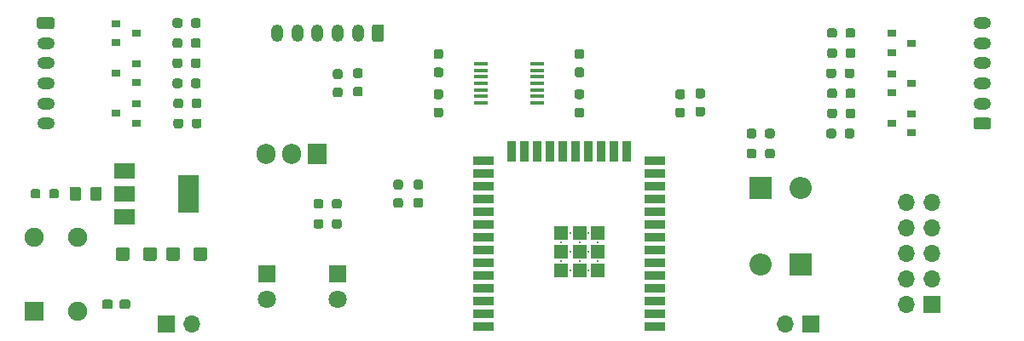
<source format=gbr>
G04 #@! TF.GenerationSoftware,KiCad,Pcbnew,(5.1.10)-1*
G04 #@! TF.CreationDate,2021-07-07T16:36:37+09:00*
G04 #@! TF.ProjectId,driver,64726976-6572-42e6-9b69-6361645f7063,rev?*
G04 #@! TF.SameCoordinates,Original*
G04 #@! TF.FileFunction,Soldermask,Top*
G04 #@! TF.FilePolarity,Negative*
%FSLAX46Y46*%
G04 Gerber Fmt 4.6, Leading zero omitted, Abs format (unit mm)*
G04 Created by KiCad (PCBNEW (5.1.10)-1) date 2021-07-07 16:36:37*
%MOMM*%
%LPD*%
G01*
G04 APERTURE LIST*
%ADD10O,1.700000X1.700000*%
%ADD11R,1.700000X1.700000*%
%ADD12C,0.300000*%
%ADD13R,1.330000X1.330000*%
%ADD14R,2.000000X0.900000*%
%ADD15R,0.900000X2.000000*%
%ADD16C,1.800000*%
%ADD17R,1.800000X1.800000*%
%ADD18R,2.200000X2.200000*%
%ADD19O,2.200000X2.200000*%
%ADD20O,1.200000X1.750000*%
%ADD21O,1.750000X1.200000*%
%ADD22C,1.905000*%
%ADD23R,1.905000X1.905000*%
%ADD24R,1.905000X2.000000*%
%ADD25O,1.905000X2.000000*%
%ADD26R,0.900000X0.800000*%
%ADD27R,2.000000X3.800000*%
%ADD28R,2.000000X1.500000*%
%ADD29R,1.473200X0.355600*%
G04 APERTURE END LIST*
D10*
X88960000Y-20840000D03*
X91500000Y-20840000D03*
X88960000Y-23380000D03*
X91500000Y-23380000D03*
X88960000Y-25920000D03*
X91500000Y-25920000D03*
X88960000Y-28460000D03*
X91500000Y-28460000D03*
X88960000Y-31000000D03*
D11*
X91500000Y-31000000D03*
D12*
X55582500Y-23925000D03*
X57417500Y-23925000D03*
X54665000Y-24842500D03*
X56500000Y-24842500D03*
X58335000Y-24842500D03*
X55582500Y-25760000D03*
X57417500Y-25760000D03*
X54665000Y-26677500D03*
X56500000Y-26677500D03*
X58335000Y-26677500D03*
X55582500Y-27595000D03*
X57417500Y-27595000D03*
D13*
X54665000Y-23925000D03*
X56500000Y-23925000D03*
X58335000Y-23925000D03*
X54665000Y-25760000D03*
X56500000Y-25760000D03*
X58335000Y-25760000D03*
X54665000Y-27595000D03*
X56500000Y-27595000D03*
X58335000Y-27595000D03*
D14*
X47000000Y-33260000D03*
X47000000Y-31990000D03*
X47000000Y-30720000D03*
X47000000Y-29450000D03*
X47000000Y-28180000D03*
X47000000Y-26910000D03*
X47000000Y-25640000D03*
X47000000Y-24370000D03*
X47000000Y-23100000D03*
X47000000Y-21830000D03*
X47000000Y-20560000D03*
X47000000Y-19290000D03*
X47000000Y-18020000D03*
X47000000Y-16750000D03*
D15*
X49785000Y-15750000D03*
X51055000Y-15750000D03*
X52325000Y-15750000D03*
X53595000Y-15750000D03*
X54865000Y-15750000D03*
X56135000Y-15750000D03*
X57405000Y-15750000D03*
X58675000Y-15750000D03*
X59945000Y-15750000D03*
X61215000Y-15750000D03*
D14*
X64000000Y-16750000D03*
X64000000Y-18020000D03*
X64000000Y-19290000D03*
X64000000Y-20560000D03*
X64000000Y-21830000D03*
X64000000Y-23100000D03*
X64000000Y-24370000D03*
X64000000Y-25640000D03*
X64000000Y-26910000D03*
X64000000Y-28180000D03*
X64000000Y-29450000D03*
X64000000Y-30720000D03*
X64000000Y-31990000D03*
X64000000Y-33260000D03*
G36*
G01*
X13150000Y-26425001D02*
X13150000Y-25574999D01*
G75*
G02*
X13399999Y-25325000I249999J0D01*
G01*
X14300001Y-25325000D01*
G75*
G02*
X14550000Y-25574999I0J-249999D01*
G01*
X14550000Y-26425001D01*
G75*
G02*
X14300001Y-26675000I-249999J0D01*
G01*
X13399999Y-26675000D01*
G75*
G02*
X13150000Y-26425001I0J249999D01*
G01*
G37*
G36*
G01*
X10450000Y-26425001D02*
X10450000Y-25574999D01*
G75*
G02*
X10699999Y-25325000I249999J0D01*
G01*
X11600001Y-25325000D01*
G75*
G02*
X11850000Y-25574999I0J-249999D01*
G01*
X11850000Y-26425001D01*
G75*
G02*
X11600001Y-26675000I-249999J0D01*
G01*
X10699999Y-26675000D01*
G75*
G02*
X10450000Y-26425001I0J249999D01*
G01*
G37*
G36*
G01*
X19550000Y-25574999D02*
X19550000Y-26425001D01*
G75*
G02*
X19300001Y-26675000I-249999J0D01*
G01*
X18399999Y-26675000D01*
G75*
G02*
X18150000Y-26425001I0J249999D01*
G01*
X18150000Y-25574999D01*
G75*
G02*
X18399999Y-25325000I249999J0D01*
G01*
X19300001Y-25325000D01*
G75*
G02*
X19550000Y-25574999I0J-249999D01*
G01*
G37*
G36*
G01*
X16850000Y-25574999D02*
X16850000Y-26425001D01*
G75*
G02*
X16600001Y-26675000I-249999J0D01*
G01*
X15699999Y-26675000D01*
G75*
G02*
X15450000Y-26425001I0J249999D01*
G01*
X15450000Y-25574999D01*
G75*
G02*
X15699999Y-25325000I249999J0D01*
G01*
X16600001Y-25325000D01*
G75*
G02*
X16850000Y-25574999I0J-249999D01*
G01*
G37*
G36*
G01*
X9100000Y-31237500D02*
X9100000Y-30762500D01*
G75*
G02*
X9337500Y-30525000I237500J0D01*
G01*
X9937500Y-30525000D01*
G75*
G02*
X10175000Y-30762500I0J-237500D01*
G01*
X10175000Y-31237500D01*
G75*
G02*
X9937500Y-31475000I-237500J0D01*
G01*
X9337500Y-31475000D01*
G75*
G02*
X9100000Y-31237500I0J237500D01*
G01*
G37*
G36*
G01*
X10825000Y-31237500D02*
X10825000Y-30762500D01*
G75*
G02*
X11062500Y-30525000I237500J0D01*
G01*
X11662500Y-30525000D01*
G75*
G02*
X11900000Y-30762500I0J-237500D01*
G01*
X11900000Y-31237500D01*
G75*
G02*
X11662500Y-31475000I-237500J0D01*
G01*
X11062500Y-31475000D01*
G75*
G02*
X10825000Y-31237500I0J237500D01*
G01*
G37*
D16*
X25500000Y-30540000D03*
D17*
X25500000Y-28000000D03*
X32500000Y-28000000D03*
D16*
X32500000Y-30540000D03*
G36*
G01*
X5875000Y-20450001D02*
X5875000Y-19549999D01*
G75*
G02*
X6124999Y-19300000I249999J0D01*
G01*
X6775001Y-19300000D01*
G75*
G02*
X7025000Y-19549999I0J-249999D01*
G01*
X7025000Y-20450001D01*
G75*
G02*
X6775001Y-20700000I-249999J0D01*
G01*
X6124999Y-20700000D01*
G75*
G02*
X5875000Y-20450001I0J249999D01*
G01*
G37*
G36*
G01*
X7925000Y-20450001D02*
X7925000Y-19549999D01*
G75*
G02*
X8174999Y-19300000I249999J0D01*
G01*
X8825001Y-19300000D01*
G75*
G02*
X9075000Y-19549999I0J-249999D01*
G01*
X9075000Y-20450001D01*
G75*
G02*
X8825001Y-20700000I-249999J0D01*
G01*
X8174999Y-20700000D01*
G75*
G02*
X7925000Y-20450001I0J249999D01*
G01*
G37*
D18*
X78500000Y-27000000D03*
D19*
X78500000Y-19380000D03*
X74500000Y-27000000D03*
D18*
X74500000Y-19380000D03*
D11*
X15500000Y-33000000D03*
D10*
X18040000Y-33000000D03*
X76960000Y-33000000D03*
D11*
X79500000Y-33000000D03*
G36*
G01*
X37100000Y-3374999D02*
X37100000Y-4625001D01*
G75*
G02*
X36850001Y-4875000I-249999J0D01*
G01*
X36149999Y-4875000D01*
G75*
G02*
X35900000Y-4625001I0J249999D01*
G01*
X35900000Y-3374999D01*
G75*
G02*
X36149999Y-3125000I249999J0D01*
G01*
X36850001Y-3125000D01*
G75*
G02*
X37100000Y-3374999I0J-249999D01*
G01*
G37*
D20*
X34500000Y-4000000D03*
X32500000Y-4000000D03*
X30500000Y-4000000D03*
X28500000Y-4000000D03*
X26500000Y-4000000D03*
G36*
G01*
X2874999Y-2400000D02*
X4125001Y-2400000D01*
G75*
G02*
X4375000Y-2649999I0J-249999D01*
G01*
X4375000Y-3350001D01*
G75*
G02*
X4125001Y-3600000I-249999J0D01*
G01*
X2874999Y-3600000D01*
G75*
G02*
X2625000Y-3350001I0J249999D01*
G01*
X2625000Y-2649999D01*
G75*
G02*
X2874999Y-2400000I249999J0D01*
G01*
G37*
D21*
X3500000Y-5000000D03*
X3500000Y-7000000D03*
X3500000Y-9000000D03*
X3500000Y-11000000D03*
X3500000Y-13000000D03*
X96500000Y-3000000D03*
X96500000Y-5000000D03*
X96500000Y-7000000D03*
X96500000Y-9000000D03*
X96500000Y-11000000D03*
G36*
G01*
X97125001Y-13600000D02*
X95874999Y-13600000D01*
G75*
G02*
X95625000Y-13350001I0J249999D01*
G01*
X95625000Y-12649999D01*
G75*
G02*
X95874999Y-12400000I249999J0D01*
G01*
X97125001Y-12400000D01*
G75*
G02*
X97375000Y-12649999I0J-249999D01*
G01*
X97375000Y-13350001D01*
G75*
G02*
X97125001Y-13600000I-249999J0D01*
G01*
G37*
D22*
X2341000Y-24317000D03*
X6659000Y-24317000D03*
X6659000Y-31683000D03*
D23*
X2341000Y-31683000D03*
D24*
X30500000Y-16000000D03*
D25*
X27960000Y-16000000D03*
X25420000Y-16000000D03*
D26*
X89500000Y-9000000D03*
X87500000Y-9950000D03*
X87500000Y-8050000D03*
X87500000Y-13000000D03*
X89500000Y-12050000D03*
X89500000Y-13950000D03*
X12500000Y-8950000D03*
X12500000Y-7050000D03*
X10500000Y-8000000D03*
X10500000Y-3050000D03*
X10500000Y-4950000D03*
X12500000Y-4000000D03*
X89500000Y-5000000D03*
X87500000Y-5950000D03*
X87500000Y-4050000D03*
X12500000Y-12950000D03*
X12500000Y-11050000D03*
X10500000Y-12000000D03*
G36*
G01*
X30100000Y-21237500D02*
X30100000Y-20762500D01*
G75*
G02*
X30337500Y-20525000I237500J0D01*
G01*
X30837500Y-20525000D01*
G75*
G02*
X31075000Y-20762500I0J-237500D01*
G01*
X31075000Y-21237500D01*
G75*
G02*
X30837500Y-21475000I-237500J0D01*
G01*
X30337500Y-21475000D01*
G75*
G02*
X30100000Y-21237500I0J237500D01*
G01*
G37*
G36*
G01*
X31925000Y-21237500D02*
X31925000Y-20762500D01*
G75*
G02*
X32162500Y-20525000I237500J0D01*
G01*
X32662500Y-20525000D01*
G75*
G02*
X32900000Y-20762500I0J-237500D01*
G01*
X32900000Y-21237500D01*
G75*
G02*
X32662500Y-21475000I-237500J0D01*
G01*
X32162500Y-21475000D01*
G75*
G02*
X31925000Y-21237500I0J237500D01*
G01*
G37*
G36*
G01*
X2987500Y-19762500D02*
X2987500Y-20237500D01*
G75*
G02*
X2750000Y-20475000I-237500J0D01*
G01*
X2250000Y-20475000D01*
G75*
G02*
X2012500Y-20237500I0J237500D01*
G01*
X2012500Y-19762500D01*
G75*
G02*
X2250000Y-19525000I237500J0D01*
G01*
X2750000Y-19525000D01*
G75*
G02*
X2987500Y-19762500I0J-237500D01*
G01*
G37*
G36*
G01*
X4812500Y-19762500D02*
X4812500Y-20237500D01*
G75*
G02*
X4575000Y-20475000I-237500J0D01*
G01*
X4075000Y-20475000D01*
G75*
G02*
X3837500Y-20237500I0J237500D01*
G01*
X3837500Y-19762500D01*
G75*
G02*
X4075000Y-19525000I237500J0D01*
G01*
X4575000Y-19525000D01*
G75*
G02*
X4812500Y-19762500I0J-237500D01*
G01*
G37*
G36*
G01*
X31925000Y-23237500D02*
X31925000Y-22762500D01*
G75*
G02*
X32162500Y-22525000I237500J0D01*
G01*
X32662500Y-22525000D01*
G75*
G02*
X32900000Y-22762500I0J-237500D01*
G01*
X32900000Y-23237500D01*
G75*
G02*
X32662500Y-23475000I-237500J0D01*
G01*
X32162500Y-23475000D01*
G75*
G02*
X31925000Y-23237500I0J237500D01*
G01*
G37*
G36*
G01*
X30100000Y-23237500D02*
X30100000Y-22762500D01*
G75*
G02*
X30337500Y-22525000I237500J0D01*
G01*
X30837500Y-22525000D01*
G75*
G02*
X31075000Y-22762500I0J-237500D01*
G01*
X31075000Y-23237500D01*
G75*
G02*
X30837500Y-23475000I-237500J0D01*
G01*
X30337500Y-23475000D01*
G75*
G02*
X30100000Y-23237500I0J237500D01*
G01*
G37*
G36*
G01*
X75900000Y-15762500D02*
X75900000Y-16237500D01*
G75*
G02*
X75662500Y-16475000I-237500J0D01*
G01*
X75162500Y-16475000D01*
G75*
G02*
X74925000Y-16237500I0J237500D01*
G01*
X74925000Y-15762500D01*
G75*
G02*
X75162500Y-15525000I237500J0D01*
G01*
X75662500Y-15525000D01*
G75*
G02*
X75900000Y-15762500I0J-237500D01*
G01*
G37*
G36*
G01*
X74075000Y-15762500D02*
X74075000Y-16237500D01*
G75*
G02*
X73837500Y-16475000I-237500J0D01*
G01*
X73337500Y-16475000D01*
G75*
G02*
X73100000Y-16237500I0J237500D01*
G01*
X73100000Y-15762500D01*
G75*
G02*
X73337500Y-15525000I237500J0D01*
G01*
X73837500Y-15525000D01*
G75*
G02*
X74075000Y-15762500I0J-237500D01*
G01*
G37*
G36*
G01*
X73100000Y-14237500D02*
X73100000Y-13762500D01*
G75*
G02*
X73337500Y-13525000I237500J0D01*
G01*
X73837500Y-13525000D01*
G75*
G02*
X74075000Y-13762500I0J-237500D01*
G01*
X74075000Y-14237500D01*
G75*
G02*
X73837500Y-14475000I-237500J0D01*
G01*
X73337500Y-14475000D01*
G75*
G02*
X73100000Y-14237500I0J237500D01*
G01*
G37*
G36*
G01*
X74925000Y-14237500D02*
X74925000Y-13762500D01*
G75*
G02*
X75162500Y-13525000I237500J0D01*
G01*
X75662500Y-13525000D01*
G75*
G02*
X75900000Y-13762500I0J-237500D01*
G01*
X75900000Y-14237500D01*
G75*
G02*
X75662500Y-14475000I-237500J0D01*
G01*
X75162500Y-14475000D01*
G75*
G02*
X74925000Y-14237500I0J237500D01*
G01*
G37*
G36*
G01*
X81987500Y-7762500D02*
X81987500Y-8237500D01*
G75*
G02*
X81750000Y-8475000I-237500J0D01*
G01*
X81250000Y-8475000D01*
G75*
G02*
X81012500Y-8237500I0J237500D01*
G01*
X81012500Y-7762500D01*
G75*
G02*
X81250000Y-7525000I237500J0D01*
G01*
X81750000Y-7525000D01*
G75*
G02*
X81987500Y-7762500I0J-237500D01*
G01*
G37*
G36*
G01*
X83812500Y-7762500D02*
X83812500Y-8237500D01*
G75*
G02*
X83575000Y-8475000I-237500J0D01*
G01*
X83075000Y-8475000D01*
G75*
G02*
X82837500Y-8237500I0J237500D01*
G01*
X82837500Y-7762500D01*
G75*
G02*
X83075000Y-7525000I237500J0D01*
G01*
X83575000Y-7525000D01*
G75*
G02*
X83812500Y-7762500I0J-237500D01*
G01*
G37*
G36*
G01*
X81100000Y-10237500D02*
X81100000Y-9762500D01*
G75*
G02*
X81337500Y-9525000I237500J0D01*
G01*
X81837500Y-9525000D01*
G75*
G02*
X82075000Y-9762500I0J-237500D01*
G01*
X82075000Y-10237500D01*
G75*
G02*
X81837500Y-10475000I-237500J0D01*
G01*
X81337500Y-10475000D01*
G75*
G02*
X81100000Y-10237500I0J237500D01*
G01*
G37*
G36*
G01*
X82925000Y-10237500D02*
X82925000Y-9762500D01*
G75*
G02*
X83162500Y-9525000I237500J0D01*
G01*
X83662500Y-9525000D01*
G75*
G02*
X83900000Y-9762500I0J-237500D01*
G01*
X83900000Y-10237500D01*
G75*
G02*
X83662500Y-10475000I-237500J0D01*
G01*
X83162500Y-10475000D01*
G75*
G02*
X82925000Y-10237500I0J237500D01*
G01*
G37*
G36*
G01*
X83812500Y-13762500D02*
X83812500Y-14237500D01*
G75*
G02*
X83575000Y-14475000I-237500J0D01*
G01*
X83075000Y-14475000D01*
G75*
G02*
X82837500Y-14237500I0J237500D01*
G01*
X82837500Y-13762500D01*
G75*
G02*
X83075000Y-13525000I237500J0D01*
G01*
X83575000Y-13525000D01*
G75*
G02*
X83812500Y-13762500I0J-237500D01*
G01*
G37*
G36*
G01*
X81987500Y-13762500D02*
X81987500Y-14237500D01*
G75*
G02*
X81750000Y-14475000I-237500J0D01*
G01*
X81250000Y-14475000D01*
G75*
G02*
X81012500Y-14237500I0J237500D01*
G01*
X81012500Y-13762500D01*
G75*
G02*
X81250000Y-13525000I237500J0D01*
G01*
X81750000Y-13525000D01*
G75*
G02*
X81987500Y-13762500I0J-237500D01*
G01*
G37*
G36*
G01*
X16100000Y-9237500D02*
X16100000Y-8762500D01*
G75*
G02*
X16337500Y-8525000I237500J0D01*
G01*
X16837500Y-8525000D01*
G75*
G02*
X17075000Y-8762500I0J-237500D01*
G01*
X17075000Y-9237500D01*
G75*
G02*
X16837500Y-9475000I-237500J0D01*
G01*
X16337500Y-9475000D01*
G75*
G02*
X16100000Y-9237500I0J237500D01*
G01*
G37*
G36*
G01*
X17925000Y-9237500D02*
X17925000Y-8762500D01*
G75*
G02*
X18162500Y-8525000I237500J0D01*
G01*
X18662500Y-8525000D01*
G75*
G02*
X18900000Y-8762500I0J-237500D01*
G01*
X18900000Y-9237500D01*
G75*
G02*
X18662500Y-9475000I-237500J0D01*
G01*
X18162500Y-9475000D01*
G75*
G02*
X17925000Y-9237500I0J237500D01*
G01*
G37*
G36*
G01*
X82925000Y-12237500D02*
X82925000Y-11762500D01*
G75*
G02*
X83162500Y-11525000I237500J0D01*
G01*
X83662500Y-11525000D01*
G75*
G02*
X83900000Y-11762500I0J-237500D01*
G01*
X83900000Y-12237500D01*
G75*
G02*
X83662500Y-12475000I-237500J0D01*
G01*
X83162500Y-12475000D01*
G75*
G02*
X82925000Y-12237500I0J237500D01*
G01*
G37*
G36*
G01*
X81100000Y-12237500D02*
X81100000Y-11762500D01*
G75*
G02*
X81337500Y-11525000I237500J0D01*
G01*
X81837500Y-11525000D01*
G75*
G02*
X82075000Y-11762500I0J-237500D01*
G01*
X82075000Y-12237500D01*
G75*
G02*
X81837500Y-12475000I-237500J0D01*
G01*
X81337500Y-12475000D01*
G75*
G02*
X81100000Y-12237500I0J237500D01*
G01*
G37*
G36*
G01*
X34737500Y-8487500D02*
X34262500Y-8487500D01*
G75*
G02*
X34025000Y-8250000I0J237500D01*
G01*
X34025000Y-7750000D01*
G75*
G02*
X34262500Y-7512500I237500J0D01*
G01*
X34737500Y-7512500D01*
G75*
G02*
X34975000Y-7750000I0J-237500D01*
G01*
X34975000Y-8250000D01*
G75*
G02*
X34737500Y-8487500I-237500J0D01*
G01*
G37*
G36*
G01*
X34737500Y-10312500D02*
X34262500Y-10312500D01*
G75*
G02*
X34025000Y-10075000I0J237500D01*
G01*
X34025000Y-9575000D01*
G75*
G02*
X34262500Y-9337500I237500J0D01*
G01*
X34737500Y-9337500D01*
G75*
G02*
X34975000Y-9575000I0J-237500D01*
G01*
X34975000Y-10075000D01*
G75*
G02*
X34737500Y-10312500I-237500J0D01*
G01*
G37*
G36*
G01*
X17075000Y-6762500D02*
X17075000Y-7237500D01*
G75*
G02*
X16837500Y-7475000I-237500J0D01*
G01*
X16337500Y-7475000D01*
G75*
G02*
X16100000Y-7237500I0J237500D01*
G01*
X16100000Y-6762500D01*
G75*
G02*
X16337500Y-6525000I237500J0D01*
G01*
X16837500Y-6525000D01*
G75*
G02*
X17075000Y-6762500I0J-237500D01*
G01*
G37*
G36*
G01*
X18900000Y-6762500D02*
X18900000Y-7237500D01*
G75*
G02*
X18662500Y-7475000I-237500J0D01*
G01*
X18162500Y-7475000D01*
G75*
G02*
X17925000Y-7237500I0J237500D01*
G01*
X17925000Y-6762500D01*
G75*
G02*
X18162500Y-6525000I237500J0D01*
G01*
X18662500Y-6525000D01*
G75*
G02*
X18900000Y-6762500I0J-237500D01*
G01*
G37*
G36*
G01*
X32737500Y-10400000D02*
X32262500Y-10400000D01*
G75*
G02*
X32025000Y-10162500I0J237500D01*
G01*
X32025000Y-9662500D01*
G75*
G02*
X32262500Y-9425000I237500J0D01*
G01*
X32737500Y-9425000D01*
G75*
G02*
X32975000Y-9662500I0J-237500D01*
G01*
X32975000Y-10162500D01*
G75*
G02*
X32737500Y-10400000I-237500J0D01*
G01*
G37*
G36*
G01*
X32737500Y-8575000D02*
X32262500Y-8575000D01*
G75*
G02*
X32025000Y-8337500I0J237500D01*
G01*
X32025000Y-7837500D01*
G75*
G02*
X32262500Y-7600000I237500J0D01*
G01*
X32737500Y-7600000D01*
G75*
G02*
X32975000Y-7837500I0J-237500D01*
G01*
X32975000Y-8337500D01*
G75*
G02*
X32737500Y-8575000I-237500J0D01*
G01*
G37*
G36*
G01*
X16100000Y-3237500D02*
X16100000Y-2762500D01*
G75*
G02*
X16337500Y-2525000I237500J0D01*
G01*
X16837500Y-2525000D01*
G75*
G02*
X17075000Y-2762500I0J-237500D01*
G01*
X17075000Y-3237500D01*
G75*
G02*
X16837500Y-3475000I-237500J0D01*
G01*
X16337500Y-3475000D01*
G75*
G02*
X16100000Y-3237500I0J237500D01*
G01*
G37*
G36*
G01*
X17925000Y-3237500D02*
X17925000Y-2762500D01*
G75*
G02*
X18162500Y-2525000I237500J0D01*
G01*
X18662500Y-2525000D01*
G75*
G02*
X18900000Y-2762500I0J-237500D01*
G01*
X18900000Y-3237500D01*
G75*
G02*
X18662500Y-3475000I-237500J0D01*
G01*
X18162500Y-3475000D01*
G75*
G02*
X17925000Y-3237500I0J237500D01*
G01*
G37*
G36*
G01*
X83900000Y-3762500D02*
X83900000Y-4237500D01*
G75*
G02*
X83662500Y-4475000I-237500J0D01*
G01*
X83162500Y-4475000D01*
G75*
G02*
X82925000Y-4237500I0J237500D01*
G01*
X82925000Y-3762500D01*
G75*
G02*
X83162500Y-3525000I237500J0D01*
G01*
X83662500Y-3525000D01*
G75*
G02*
X83900000Y-3762500I0J-237500D01*
G01*
G37*
G36*
G01*
X82075000Y-3762500D02*
X82075000Y-4237500D01*
G75*
G02*
X81837500Y-4475000I-237500J0D01*
G01*
X81337500Y-4475000D01*
G75*
G02*
X81100000Y-4237500I0J237500D01*
G01*
X81100000Y-3762500D01*
G75*
G02*
X81337500Y-3525000I237500J0D01*
G01*
X81837500Y-3525000D01*
G75*
G02*
X82075000Y-3762500I0J-237500D01*
G01*
G37*
G36*
G01*
X17075000Y-4762500D02*
X17075000Y-5237500D01*
G75*
G02*
X16837500Y-5475000I-237500J0D01*
G01*
X16337500Y-5475000D01*
G75*
G02*
X16100000Y-5237500I0J237500D01*
G01*
X16100000Y-4762500D01*
G75*
G02*
X16337500Y-4525000I237500J0D01*
G01*
X16837500Y-4525000D01*
G75*
G02*
X17075000Y-4762500I0J-237500D01*
G01*
G37*
G36*
G01*
X18900000Y-4762500D02*
X18900000Y-5237500D01*
G75*
G02*
X18662500Y-5475000I-237500J0D01*
G01*
X18162500Y-5475000D01*
G75*
G02*
X17925000Y-5237500I0J237500D01*
G01*
X17925000Y-4762500D01*
G75*
G02*
X18162500Y-4525000I237500J0D01*
G01*
X18662500Y-4525000D01*
G75*
G02*
X18900000Y-4762500I0J-237500D01*
G01*
G37*
G36*
G01*
X81100000Y-6237500D02*
X81100000Y-5762500D01*
G75*
G02*
X81337500Y-5525000I237500J0D01*
G01*
X81837500Y-5525000D01*
G75*
G02*
X82075000Y-5762500I0J-237500D01*
G01*
X82075000Y-6237500D01*
G75*
G02*
X81837500Y-6475000I-237500J0D01*
G01*
X81337500Y-6475000D01*
G75*
G02*
X81100000Y-6237500I0J237500D01*
G01*
G37*
G36*
G01*
X82925000Y-6237500D02*
X82925000Y-5762500D01*
G75*
G02*
X83162500Y-5525000I237500J0D01*
G01*
X83662500Y-5525000D01*
G75*
G02*
X83900000Y-5762500I0J-237500D01*
G01*
X83900000Y-6237500D01*
G75*
G02*
X83662500Y-6475000I-237500J0D01*
G01*
X83162500Y-6475000D01*
G75*
G02*
X82925000Y-6237500I0J237500D01*
G01*
G37*
G36*
G01*
X40737500Y-19575000D02*
X40262500Y-19575000D01*
G75*
G02*
X40025000Y-19337500I0J237500D01*
G01*
X40025000Y-18837500D01*
G75*
G02*
X40262500Y-18600000I237500J0D01*
G01*
X40737500Y-18600000D01*
G75*
G02*
X40975000Y-18837500I0J-237500D01*
G01*
X40975000Y-19337500D01*
G75*
G02*
X40737500Y-19575000I-237500J0D01*
G01*
G37*
G36*
G01*
X40737500Y-21400000D02*
X40262500Y-21400000D01*
G75*
G02*
X40025000Y-21162500I0J237500D01*
G01*
X40025000Y-20662500D01*
G75*
G02*
X40262500Y-20425000I237500J0D01*
G01*
X40737500Y-20425000D01*
G75*
G02*
X40975000Y-20662500I0J-237500D01*
G01*
X40975000Y-21162500D01*
G75*
G02*
X40737500Y-21400000I-237500J0D01*
G01*
G37*
G36*
G01*
X16187500Y-13237500D02*
X16187500Y-12762500D01*
G75*
G02*
X16425000Y-12525000I237500J0D01*
G01*
X16925000Y-12525000D01*
G75*
G02*
X17162500Y-12762500I0J-237500D01*
G01*
X17162500Y-13237500D01*
G75*
G02*
X16925000Y-13475000I-237500J0D01*
G01*
X16425000Y-13475000D01*
G75*
G02*
X16187500Y-13237500I0J237500D01*
G01*
G37*
G36*
G01*
X18012500Y-13237500D02*
X18012500Y-12762500D01*
G75*
G02*
X18250000Y-12525000I237500J0D01*
G01*
X18750000Y-12525000D01*
G75*
G02*
X18987500Y-12762500I0J-237500D01*
G01*
X18987500Y-13237500D01*
G75*
G02*
X18750000Y-13475000I-237500J0D01*
G01*
X18250000Y-13475000D01*
G75*
G02*
X18012500Y-13237500I0J237500D01*
G01*
G37*
G36*
G01*
X18987500Y-10762500D02*
X18987500Y-11237500D01*
G75*
G02*
X18750000Y-11475000I-237500J0D01*
G01*
X18250000Y-11475000D01*
G75*
G02*
X18012500Y-11237500I0J237500D01*
G01*
X18012500Y-10762500D01*
G75*
G02*
X18250000Y-10525000I237500J0D01*
G01*
X18750000Y-10525000D01*
G75*
G02*
X18987500Y-10762500I0J-237500D01*
G01*
G37*
G36*
G01*
X17162500Y-10762500D02*
X17162500Y-11237500D01*
G75*
G02*
X16925000Y-11475000I-237500J0D01*
G01*
X16425000Y-11475000D01*
G75*
G02*
X16187500Y-11237500I0J237500D01*
G01*
X16187500Y-10762500D01*
G75*
G02*
X16425000Y-10525000I237500J0D01*
G01*
X16925000Y-10525000D01*
G75*
G02*
X17162500Y-10762500I0J-237500D01*
G01*
G37*
G36*
G01*
X56262500Y-11425000D02*
X56737500Y-11425000D01*
G75*
G02*
X56975000Y-11662500I0J-237500D01*
G01*
X56975000Y-12162500D01*
G75*
G02*
X56737500Y-12400000I-237500J0D01*
G01*
X56262500Y-12400000D01*
G75*
G02*
X56025000Y-12162500I0J237500D01*
G01*
X56025000Y-11662500D01*
G75*
G02*
X56262500Y-11425000I237500J0D01*
G01*
G37*
G36*
G01*
X56262500Y-9600000D02*
X56737500Y-9600000D01*
G75*
G02*
X56975000Y-9837500I0J-237500D01*
G01*
X56975000Y-10337500D01*
G75*
G02*
X56737500Y-10575000I-237500J0D01*
G01*
X56262500Y-10575000D01*
G75*
G02*
X56025000Y-10337500I0J237500D01*
G01*
X56025000Y-9837500D01*
G75*
G02*
X56262500Y-9600000I237500J0D01*
G01*
G37*
G36*
G01*
X56737500Y-6575000D02*
X56262500Y-6575000D01*
G75*
G02*
X56025000Y-6337500I0J237500D01*
G01*
X56025000Y-5837500D01*
G75*
G02*
X56262500Y-5600000I237500J0D01*
G01*
X56737500Y-5600000D01*
G75*
G02*
X56975000Y-5837500I0J-237500D01*
G01*
X56975000Y-6337500D01*
G75*
G02*
X56737500Y-6575000I-237500J0D01*
G01*
G37*
G36*
G01*
X56737500Y-8400000D02*
X56262500Y-8400000D01*
G75*
G02*
X56025000Y-8162500I0J237500D01*
G01*
X56025000Y-7662500D01*
G75*
G02*
X56262500Y-7425000I237500J0D01*
G01*
X56737500Y-7425000D01*
G75*
G02*
X56975000Y-7662500I0J-237500D01*
G01*
X56975000Y-8162500D01*
G75*
G02*
X56737500Y-8400000I-237500J0D01*
G01*
G37*
G36*
G01*
X38737500Y-19575000D02*
X38262500Y-19575000D01*
G75*
G02*
X38025000Y-19337500I0J237500D01*
G01*
X38025000Y-18837500D01*
G75*
G02*
X38262500Y-18600000I237500J0D01*
G01*
X38737500Y-18600000D01*
G75*
G02*
X38975000Y-18837500I0J-237500D01*
G01*
X38975000Y-19337500D01*
G75*
G02*
X38737500Y-19575000I-237500J0D01*
G01*
G37*
G36*
G01*
X38737500Y-21400000D02*
X38262500Y-21400000D01*
G75*
G02*
X38025000Y-21162500I0J237500D01*
G01*
X38025000Y-20662500D01*
G75*
G02*
X38262500Y-20425000I237500J0D01*
G01*
X38737500Y-20425000D01*
G75*
G02*
X38975000Y-20662500I0J-237500D01*
G01*
X38975000Y-21162500D01*
G75*
G02*
X38737500Y-21400000I-237500J0D01*
G01*
G37*
G36*
G01*
X42262500Y-9600000D02*
X42737500Y-9600000D01*
G75*
G02*
X42975000Y-9837500I0J-237500D01*
G01*
X42975000Y-10337500D01*
G75*
G02*
X42737500Y-10575000I-237500J0D01*
G01*
X42262500Y-10575000D01*
G75*
G02*
X42025000Y-10337500I0J237500D01*
G01*
X42025000Y-9837500D01*
G75*
G02*
X42262500Y-9600000I237500J0D01*
G01*
G37*
G36*
G01*
X42262500Y-11425000D02*
X42737500Y-11425000D01*
G75*
G02*
X42975000Y-11662500I0J-237500D01*
G01*
X42975000Y-12162500D01*
G75*
G02*
X42737500Y-12400000I-237500J0D01*
G01*
X42262500Y-12400000D01*
G75*
G02*
X42025000Y-12162500I0J237500D01*
G01*
X42025000Y-11662500D01*
G75*
G02*
X42262500Y-11425000I237500J0D01*
G01*
G37*
G36*
G01*
X42737500Y-8400000D02*
X42262500Y-8400000D01*
G75*
G02*
X42025000Y-8162500I0J237500D01*
G01*
X42025000Y-7662500D01*
G75*
G02*
X42262500Y-7425000I237500J0D01*
G01*
X42737500Y-7425000D01*
G75*
G02*
X42975000Y-7662500I0J-237500D01*
G01*
X42975000Y-8162500D01*
G75*
G02*
X42737500Y-8400000I-237500J0D01*
G01*
G37*
G36*
G01*
X42737500Y-6575000D02*
X42262500Y-6575000D01*
G75*
G02*
X42025000Y-6337500I0J237500D01*
G01*
X42025000Y-5837500D01*
G75*
G02*
X42262500Y-5600000I237500J0D01*
G01*
X42737500Y-5600000D01*
G75*
G02*
X42975000Y-5837500I0J-237500D01*
G01*
X42975000Y-6337500D01*
G75*
G02*
X42737500Y-6575000I-237500J0D01*
G01*
G37*
G36*
G01*
X66737500Y-12400000D02*
X66262500Y-12400000D01*
G75*
G02*
X66025000Y-12162500I0J237500D01*
G01*
X66025000Y-11662500D01*
G75*
G02*
X66262500Y-11425000I237500J0D01*
G01*
X66737500Y-11425000D01*
G75*
G02*
X66975000Y-11662500I0J-237500D01*
G01*
X66975000Y-12162500D01*
G75*
G02*
X66737500Y-12400000I-237500J0D01*
G01*
G37*
G36*
G01*
X66737500Y-10575000D02*
X66262500Y-10575000D01*
G75*
G02*
X66025000Y-10337500I0J237500D01*
G01*
X66025000Y-9837500D01*
G75*
G02*
X66262500Y-9600000I237500J0D01*
G01*
X66737500Y-9600000D01*
G75*
G02*
X66975000Y-9837500I0J-237500D01*
G01*
X66975000Y-10337500D01*
G75*
G02*
X66737500Y-10575000I-237500J0D01*
G01*
G37*
G36*
G01*
X68737500Y-10487500D02*
X68262500Y-10487500D01*
G75*
G02*
X68025000Y-10250000I0J237500D01*
G01*
X68025000Y-9750000D01*
G75*
G02*
X68262500Y-9512500I237500J0D01*
G01*
X68737500Y-9512500D01*
G75*
G02*
X68975000Y-9750000I0J-237500D01*
G01*
X68975000Y-10250000D01*
G75*
G02*
X68737500Y-10487500I-237500J0D01*
G01*
G37*
G36*
G01*
X68737500Y-12312500D02*
X68262500Y-12312500D01*
G75*
G02*
X68025000Y-12075000I0J237500D01*
G01*
X68025000Y-11575000D01*
G75*
G02*
X68262500Y-11337500I237500J0D01*
G01*
X68737500Y-11337500D01*
G75*
G02*
X68975000Y-11575000I0J-237500D01*
G01*
X68975000Y-12075000D01*
G75*
G02*
X68737500Y-12312500I-237500J0D01*
G01*
G37*
D27*
X17650000Y-20000000D03*
D28*
X11350000Y-20000000D03*
X11350000Y-22300000D03*
X11350000Y-17700000D03*
D29*
X52319400Y-10955800D03*
X52319400Y-10295400D03*
X52319400Y-9660400D03*
X52319400Y-9000000D03*
X52319400Y-8339600D03*
X52319400Y-7704600D03*
X52319400Y-7044200D03*
X46680600Y-7044200D03*
X46680600Y-7704600D03*
X46680600Y-8339600D03*
X46680600Y-9000000D03*
X46680600Y-9660400D03*
X46680600Y-10295400D03*
X46680600Y-10955800D03*
M02*

</source>
